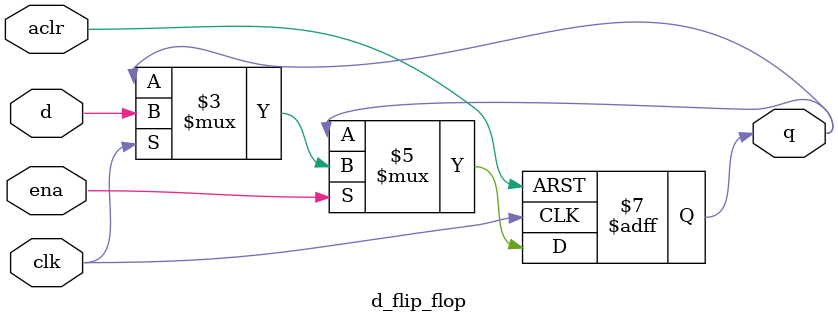
<source format=v>
module d_flip_flop(q, d, clk, ena, aclr);
   
   //Inputs
   input d, clk, ena, aclr;
   
   //Internal wire
   wire aclr;

   //Output
   output q;
   
   //Register
   reg q;

   //Intialize q to 0
   initial
   begin
       q = 1'b0;
   end

   //Set value of q on positive edge of the clock or clear
   always @(posedge clk or posedge aclr) begin
       //If clear is high, set q to 0
       if (aclr) begin
           q <= 1'b0;
       //If enable is high, set q to the value of d
       end else if (ena) begin
           if(clk) begin
			  q <= d;
			  end
       end
   end
endmodule
</source>
